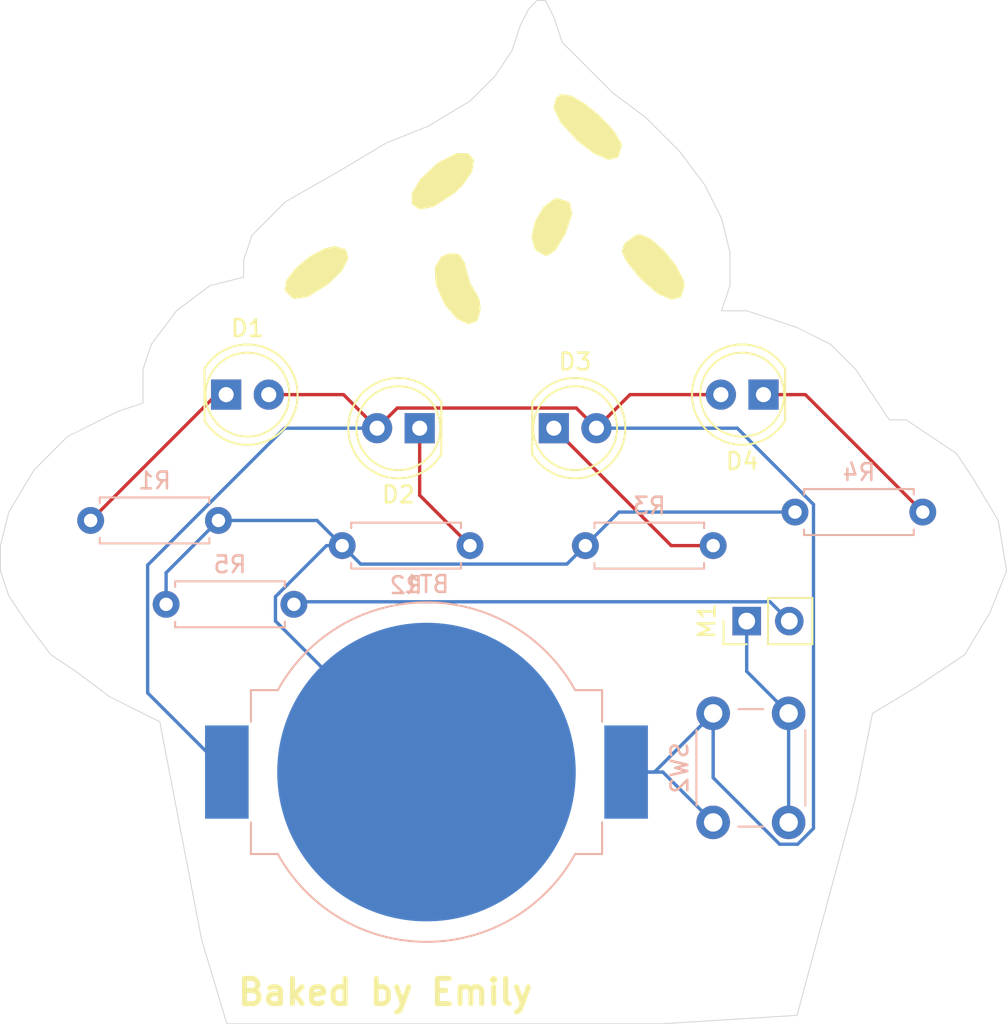
<source format=kicad_pcb>
(kicad_pcb (version 20241229) (generator "pcbnew") (generator_version "9.0")
  (layers (0 "F.Cu" signal) (2 "B.Cu" signal) (13 "F.Paste" user) (15 "B.Paste" user) (5 "F.SilkS" user "F.Silkscreen") (7 "B.SilkS" user "B.Silkscreen") (1 "F.Mask" user) (3 "B.Mask" user) (25 "Edge.Cuts" user))
  (net 0 "")
  (net 1 "Net-(BT1-+)")
  (net 2 "Net-(BT1--)")
  (net 3 "Net-(D1-K)")
  (net 4 "Net-(D2-K)")
  (net 5 "Net-(D3-K)")
  (net 6 "Net-(D4-K)")
  (net 7 "Net-(M1--)")
  (net 8 "Net-(M1-+)")
  (footprint "LED_THT:LED_D5.0mm" (layer "F.Cu") (at 149.5 84.5 180)
    (property "Reference" "D4" (at 1.27 -3.96 0) (layer "F.SilkS"))
    (property "Value" "LED")
    (fp_line (start -1.29 -1.545) (end -1.29 1.545) (stroke (width 0.12)) (layer "F.SilkS"))
    (fp_arc (start 4.26 0) (mid 2.071779 2.880495) (end -1.29 1.54483) (stroke (width 0.12)) (layer "F.SilkS"))
    (fp_arc (start -1.29 -1.54483) (mid 2.071779 -2.880495) (end 4.26 0) (stroke (width 0.12)) (layer "F.SilkS"))
    (fp_circle (center 1.27 0) (end 3.77 0) (stroke (width 0.12)) (fill no) (layer "F.SilkS"))
    (pad "1" thru_hole rect (at 0 0 180) (size 1.8 1.8) (drill 0.9) (layers "*.Cu" "*.Mask") (net 6 "Net-(D4-K)"))
    (pad "2" thru_hole circle (at 2.54 0 180) (size 1.8 1.8) (drill 0.9) (layers "*.Cu" "*.Mask") (net 1 "Net-(BT1-+)"))
  )
  (footprint "Connector_PinHeader_2.54mm:PinHeader_1x02_P2.54mm_Vertical" (layer "F.Cu") (at 148.5 98 90)
    (property "Reference" "M1" (at 0 -2.38 90) (layer "F.SilkS"))
    (property "Value" "Motor_DC")
    (fp_line (start -1.38 -1.38) (end 0 -1.38) (stroke (width 0.12)) (layer "F.SilkS"))
    (fp_line (start -1.38 0) (end -1.38 -1.38) (stroke (width 0.12)) (layer "F.SilkS"))
    (fp_line (start 1.38 1.27) (end 1.38 3.92) (stroke (width 0.12)) (layer "F.SilkS"))
    (fp_line (start -1.38 1.27) (end 1.38 1.27) (stroke (width 0.12)) (layer "F.SilkS"))
    (fp_line (start -1.38 1.27) (end -1.38 3.92) (stroke (width 0.12)) (layer "F.SilkS"))
    (fp_line (start -1.38 3.92) (end 1.38 3.92) (stroke (width 0.12)) (layer "F.SilkS"))
    (pad "1" thru_hole rect (at 0 0 90) (size 1.7 1.7) (drill 1) (layers "*.Cu" "*.Mask") (net 8 "Net-(M1-+)"))
    (pad "2" thru_hole circle (at 0 2.54 90) (size 1.7 1.7) (drill 1) (layers "*.Cu" "*.Mask") (net 7 "Net-(M1--)"))
  )
  (footprint "LED_THT:LED_D5.0mm" (layer "F.Cu") (at 117.46 84.5)
    (property "Reference" "D1" (at 1.27 -3.96 0) (layer "F.SilkS"))
    (property "Value" "LED")
    (fp_line (start -1.29 -1.545) (end -1.29 1.545) (stroke (width 0.12)) (layer "F.SilkS"))
    (fp_arc (start -1.29 -1.54483) (mid 2.071779 -2.880495) (end 4.26 0) (stroke (width 0.12)) (layer "F.SilkS"))
    (fp_arc (start 4.26 0) (mid 2.071779 2.880495) (end -1.29 1.54483) (stroke (width 0.12)) (layer "F.SilkS"))
    (fp_circle (center 1.27 0) (end 3.77 0) (stroke (width 0.12)) (fill no) (layer "F.SilkS"))
    (pad "1" thru_hole rect (at 0 0) (size 1.8 1.8) (drill 0.9) (layers "*.Cu" "*.Mask") (net 3 "Net-(D1-K)"))
    (pad "2" thru_hole circle (at 2.54 0) (size 1.8 1.8) (drill 0.9) (layers "*.Cu" "*.Mask") (net 1 "Net-(BT1-+)"))
  )
  (footprint "LED_THT:LED_D5.0mm" (layer "F.Cu") (at 129 86.5 180)
    (property "Reference" "D2" (at 1.27 -3.96 0) (layer "F.SilkS"))
    (property "Value" "LED")
    (fp_line (start -1.29 -1.545) (end -1.29 1.545) (stroke (width 0.12)) (layer "F.SilkS"))
    (fp_arc (start 4.26 0) (mid 2.071779 2.880495) (end -1.29 1.54483) (stroke (width 0.12)) (layer "F.SilkS"))
    (fp_arc (start -1.29 -1.54483) (mid 2.071779 -2.880495) (end 4.26 0) (stroke (width 0.12)) (layer "F.SilkS"))
    (fp_circle (center 1.27 0) (end 3.77 0) (stroke (width 0.12)) (fill no) (layer "F.SilkS"))
    (pad "1" thru_hole rect (at 0 0 180) (size 1.8 1.8) (drill 0.9) (layers "*.Cu" "*.Mask") (net 4 "Net-(D2-K)"))
    (pad "2" thru_hole circle (at 2.54 0 180) (size 1.8 1.8) (drill 0.9) (layers "*.Cu" "*.Mask") (net 1 "Net-(BT1-+)"))
  )
  (footprint "LOGO" (layer "F.Cu") (at 133 73.5)
    (property "Reference" "G***" (hide yes))
    (property "Value" "LOGO" (hide yes))
    (fp_poly (pts (xy -8.381655 2.352205) (xy -8.249047 2.887619) (xy -8.626773 3.630074) (xy -9.456412 4.42937) (xy -10.666327 5.177805) (xy -11.524807 5.306971) (xy -12.037521 4.817606) (xy -12.057819 4.767531) (xy -11.949248 4.165434) (xy -11.381841 3.436206) (xy -10.548567 2.747812) (xy -9.642395 2.268218) (xy -9.046612 2.146478)) (fill yes) (layer "F.SilkS"))
    (fp_poly (pts (xy -1.087952 -3.399839) (xy -0.755842 -2.980623) (xy -0.869212 -2.271942) (xy -1.487717 -1.398641) (xy -1.948502 -0.983804) (xy -3.143213 -0.205291) (xy -4.010047 -0.02982) (xy -4.467262 -0.350354) (xy -4.480563 -0.997852) (xy -3.974801 -1.841069) (xy -3.052157 -2.72078) (xy -2.850002 -2.870496) (xy -1.80589 -3.404746)) (fill yes) (layer "F.SilkS"))
    (fp_poly (pts (xy 4.943295 -0.480273) (xy 5.099261 0.220047) (xy 4.715102 1.377454) (xy 4.697888 1.413584) (xy 4.090642 2.42224) (xy 3.530907 2.752884) (xy 2.958994 2.434917) (xy 2.857599 2.320083) (xy 2.660181 1.597436) (xy 2.868788 0.676286) (xy 3.358609 -0.171046) (xy 4.004829 -0.672237) (xy 4.248895 -0.715494)) (fill yes) (layer "F.SilkS"))
    (fp_poly (pts (xy 5.057062 -6.822971) (xy 5.900912 -6.320382) (xy 6.799959 -5.577832) (xy 7.564765 -4.759728) (xy 8.005893 -4.030482) (xy 8.049296 -3.804232) (xy 7.835769 -3.124012) (xy 7.239828 -2.99225) (xy 6.328434 -3.400632) (xy 5.39098 -4.134255) (xy 4.395165 -5.209337) (xy 3.968454 -6.091635) (xy 4.132075 -6.717757) (xy 4.457845 -6.921188)) (fill yes) (layer "F.SilkS"))
    (fp_poly (pts (xy 9.799079 1.713795) (xy 10.583258 2.412583) (xy 11.29627 3.302888) (xy 11.743028 4.160246) (xy 11.805634 4.499349) (xy 11.593073 5.187283) (xy 11.025416 5.349534) (xy 10.207702 5.008332) (xy 9.244972 4.185903) (xy 8.9904 3.903596) (xy 8.293058 3.021495) (xy 8.045132 2.456481) (xy 8.177509 2.032635) (xy 8.229275 1.966272) (xy 8.823702 1.51314) (xy 9.13882 1.430985)) (fill yes) (layer "F.SilkS"))
    (fp_poly (pts (xy -1.626679 2.625924) (xy -1.301944 3.145682) (xy -1.20204 3.55952) (xy -0.9562 4.392584) (xy -0.672681 4.855979) (xy -0.669286 4.858134) (xy -0.428688 5.326903) (xy -0.357747 5.923929) (xy -0.565943 6.627976) (xy -1.090082 6.809823) (xy -1.779482 6.489667) (xy -2.483468 5.687707) (xy -2.516852 5.634506) (xy -3.046963 4.435834) (xy -3.107313 3.428572) (xy -2.711205 2.755934) (xy -2.23205 2.568273)) (fill yes) (layer "F.SilkS"))
  )
  (footprint "LED_THT:LED_D5.0mm" (layer "F.Cu") (at 137 86.5)
    (property "Reference" "D3" (at 1.27 -3.96 0) (layer "F.SilkS"))
    (property "Value" "LED")
    (fp_line (start -1.29 -1.545) (end -1.29 1.545) (stroke (width 0.12)) (layer "F.SilkS"))
    (fp_arc (start -1.29 -1.54483) (mid 2.071779 -2.880495) (end 4.26 0) (stroke (width 0.12)) (layer "F.SilkS"))
    (fp_arc (start 4.26 0) (mid 2.071779 2.880495) (end -1.29 1.54483) (stroke (width 0.12)) (layer "F.SilkS"))
    (fp_circle (center 1.27 0) (end 3.77 0) (stroke (width 0.12)) (fill no) (layer "F.SilkS"))
    (pad "1" thru_hole rect (at 0 0) (size 1.8 1.8) (drill 0.9) (layers "*.Cu" "*.Mask") (net 5 "Net-(D3-K)"))
    (pad "2" thru_hole circle (at 2.54 0) (size 1.8 1.8) (drill 0.9) (layers "*.Cu" "*.Mask") (net 1 "Net-(BT1-+)"))
  )
  (footprint "Battery:BatteryHolder_MPD_BC2003_1x2032" (layer "B.Cu") (at 129.405 107 180)
    (property "Reference" "BT1" (at 0 11.2 0) (layer "B.SilkS") (effects (justify mirror)))
    (property "Value" "Battery_Cell")
    (fp_line (start 10.47 4.885) (end 8.86291 4.885) (stroke (width 0.12)) (layer "B.SilkS"))
    (fp_line (start 10.47 3) (end 10.47 4.885) (stroke (width 0.12)) (layer "B.SilkS"))
    (fp_line (start 10.47 -3) (end 10.47 -4.885) (stroke (width 0.12)) (layer "B.SilkS"))
    (fp_line (start 10.47 -4.885) (end 8.86291 -4.885) (stroke (width 0.12)) (layer "B.SilkS"))
    (fp_line (start -10.47 4.885) (end -8.86291 4.885) (stroke (width 0.12)) (layer "B.SilkS"))
    (fp_line (start -10.47 3) (end -10.47 4.885) (stroke (width 0.12)) (layer "B.SilkS"))
    (fp_line (start -10.47 -3) (end -10.47 -4.885) (stroke (width 0.12)) (layer "B.SilkS"))
    (fp_line (start -10.47 -4.885) (end -8.86291 -4.885) (stroke (width 0.12)) (layer "B.SilkS"))
    (fp_arc (start 8.86291 4.885) (mid 0 10.12) (end -8.86291 4.885) (stroke (width 0.12)) (layer "B.SilkS"))
    (fp_arc (start -8.86291 -4.885) (mid 0.002187 -10.12) (end 8.865021 -4.881168) (stroke (width 0.12)) (layer "B.SilkS"))
    (pad "1" smd rect (at -11.905 0 180) (size 2.6 5.56) (layers "B.Cu" "B.Mask" "B.Paste") (net 1 "Net-(BT1-+)"))
    (pad "1" smd rect (at 11.905 0 180) (size 2.6 5.56) (layers "B.Cu" "B.Mask" "B.Paste") (net 1 "Net-(BT1-+)"))
    (pad "2" smd circle (at 0 0 180) (size 17.8 17.8) (layers "B.Cu" "B.Mask") (net 2 "Net-(BT1--)"))
  )
  (footprint "Resistor_THT:R_Axial_DIN0207_L6.3mm_D2.5mm_P7.62mm_Horizontal" (layer "B.Cu") (at 117 92 180)
    (property "Reference" "R1" (at 3.81 2.37 0) (layer "B.SilkS") (effects (justify mirror)))
    (property "Value" "R")
    (fp_line (start 7.08 1.37) (end 7.08 1.04) (stroke (width 0.12)) (layer "B.SilkS"))
    (fp_line (start 7.08 -1.37) (end 7.08 -1.04) (stroke (width 0.12)) (layer "B.SilkS"))
    (fp_line (start 0.54 1.37) (end 7.08 1.37) (stroke (width 0.12)) (layer "B.SilkS"))
    (fp_line (start 0.54 1.04) (end 0.54 1.37) (stroke (width 0.12)) (layer "B.SilkS"))
    (fp_line (start 0.54 -1.04) (end 0.54 -1.37) (stroke (width 0.12)) (layer "B.SilkS"))
    (fp_line (start 0.54 -1.37) (end 7.08 -1.37) (stroke (width 0.12)) (layer "B.SilkS"))
    (pad "1" thru_hole circle (at 0 0 180) (size 1.6 1.6) (drill 0.8) (layers "*.Cu" "*.Mask") (net 2 "Net-(BT1--)"))
    (pad "2" thru_hole circle (at 7.62 0 180) (size 1.6 1.6) (drill 0.8) (layers "*.Cu" "*.Mask") (net 3 "Net-(D1-K)"))
  )
  (footprint "Resistor_THT:R_Axial_DIN0207_L6.3mm_D2.5mm_P7.62mm_Horizontal" (layer "B.Cu") (at 124.38 93.5)
    (property "Reference" "R2" (at 3.81 2.37 0) (layer "B.SilkS") (effects (justify mirror)))
    (property "Value" "R")
    (fp_line (start 0.54 -1.37) (end 7.08 -1.37) (stroke (width 0.12)) (layer "B.SilkS"))
    (fp_line (start 0.54 -1.04) (end 0.54 -1.37) (stroke (width 0.12)) (layer "B.SilkS"))
    (fp_line (start 0.54 1.04) (end 0.54 1.37) (stroke (width 0.12)) (layer "B.SilkS"))
    (fp_line (start 0.54 1.37) (end 7.08 1.37) (stroke (width 0.12)) (layer "B.SilkS"))
    (fp_line (start 7.08 -1.37) (end 7.08 -1.04) (stroke (width 0.12)) (layer "B.SilkS"))
    (fp_line (start 7.08 1.37) (end 7.08 1.04) (stroke (width 0.12)) (layer "B.SilkS"))
    (pad "1" thru_hole circle (at 0 0) (size 1.6 1.6) (drill 0.8) (layers "*.Cu" "*.Mask") (net 2 "Net-(BT1--)"))
    (pad "2" thru_hole circle (at 7.62 0) (size 1.6 1.6) (drill 0.8) (layers "*.Cu" "*.Mask") (net 4 "Net-(D2-K)"))
  )
  (footprint "Button_Switch_THT:SW_PUSH_6mm" (layer "B.Cu") (at 146.5 103.5 -90)
    (property "Reference" "SW2" (at 3.25 2 90) (layer "B.SilkS") (effects (justify mirror)))
    (property "Value" "SW_Push")
    (fp_line (start 5.5 1) (end 1 1) (stroke (width 0.12)) (layer "B.SilkS"))
    (fp_line (start -0.25 -1.5) (end -0.25 -3) (stroke (width 0.12)) (layer "B.SilkS"))
    (fp_line (start 6.75 -3) (end 6.75 -1.5) (stroke (width 0.12)) (layer "B.SilkS"))
    (fp_line (start 1 -5.5) (end 5.5 -5.5) (stroke (width 0.12)) (layer "B.SilkS"))
    (pad "1" thru_hole circle (at 0 0 180) (size 2 2) (drill 1.1) (layers "*.Cu" "*.Mask") (net 1 "Net-(BT1-+)"))
    (pad "1" thru_hole circle (at 6.5 0 180) (size 2 2) (drill 1.1) (layers "*.Cu" "*.Mask") (net 1 "Net-(BT1-+)"))
    (pad "2" thru_hole circle (at 0 -4.5 180) (size 2 2) (drill 1.1) (layers "*.Cu" "*.Mask") (net 8 "Net-(M1-+)"))
    (pad "2" thru_hole circle (at 6.5 -4.5 180) (size 2 2) (drill 1.1) (layers "*.Cu" "*.Mask") (net 8 "Net-(M1-+)"))
  )
  (footprint "Resistor_THT:R_Axial_DIN0207_L6.3mm_D2.5mm_P7.62mm_Horizontal" (layer "B.Cu") (at 121.5 97 180)
    (property "Reference" "R5" (at 3.81 2.37 0) (layer "B.SilkS") (effects (justify mirror)))
    (property "Value" "R")
    (fp_line (start 7.08 1.37) (end 7.08 1.04) (stroke (width 0.12)) (layer "B.SilkS"))
    (fp_line (start 7.08 -1.37) (end 7.08 -1.04) (stroke (width 0.12)) (layer "B.SilkS"))
    (fp_line (start 0.54 1.37) (end 7.08 1.37) (stroke (width 0.12)) (layer "B.SilkS"))
    (fp_line (start 0.54 1.04) (end 0.54 1.37) (stroke (width 0.12)) (layer "B.SilkS"))
    (fp_line (start 0.54 -1.04) (end 0.54 -1.37) (stroke (width 0.12)) (layer "B.SilkS"))
    (fp_line (start 0.54 -1.37) (end 7.08 -1.37) (stroke (width 0.12)) (layer "B.SilkS"))
    (pad "1" thru_hole circle (at 0 0 180) (size 1.6 1.6) (drill 0.8) (layers "*.Cu" "*.Mask") (net 7 "Net-(M1--)"))
    (pad "2" thru_hole circle (at 7.62 0 180) (size 1.6 1.6) (drill 0.8) (layers "*.Cu" "*.Mask") (net 2 "Net-(BT1--)"))
  )
  (footprint "Resistor_THT:R_Axial_DIN0207_L6.3mm_D2.5mm_P7.62mm_Horizontal" (layer "B.Cu") (at 159 91.5 180)
    (property "Reference" "R4" (at 3.81 2.37 0) (layer "B.SilkS") (effects (justify mirror)))
    (property "Value" "R")
    (fp_line (start 7.08 1.37) (end 7.08 1.04) (stroke (width 0.12)) (layer "B.SilkS"))
    (fp_line (start 7.08 -1.37) (end 7.08 -1.04) (stroke (width 0.12)) (layer "B.SilkS"))
    (fp_line (start 0.54 1.37) (end 7.08 1.37) (stroke (width 0.12)) (layer "B.SilkS"))
    (fp_line (start 0.54 1.04) (end 0.54 1.37) (stroke (width 0.12)) (layer "B.SilkS"))
    (fp_line (start 0.54 -1.04) (end 0.54 -1.37) (stroke (width 0.12)) (layer "B.SilkS"))
    (fp_line (start 0.54 -1.37) (end 7.08 -1.37) (stroke (width 0.12)) (layer "B.SilkS"))
    (pad "1" thru_hole circle (at 0 0 180) (size 1.6 1.6) (drill 0.8) (layers "*.Cu" "*.Mask") (net 6 "Net-(D4-K)"))
    (pad "2" thru_hole circle (at 7.62 0 180) (size 1.6 1.6) (drill 0.8) (layers "*.Cu" "*.Mask") (net 2 "Net-(BT1--)"))
  )
  (footprint "Resistor_THT:R_Axial_DIN0207_L6.3mm_D2.5mm_P7.62mm_Horizontal" (layer "B.Cu") (at 146.5 93.5 180)
    (property "Reference" "R3" (at 3.81 2.37 0) (layer "B.SilkS") (effects (justify mirror)))
    (property "Value" "R")
    (fp_line (start 7.08 1.37) (end 7.08 1.04) (stroke (width 0.12)) (layer "B.SilkS"))
    (fp_line (start 7.08 -1.37) (end 7.08 -1.04) (stroke (width 0.12)) (layer "B.SilkS"))
    (fp_line (start 0.54 1.37) (end 7.08 1.37) (stroke (width 0.12)) (layer "B.SilkS"))
    (fp_line (start 0.54 1.04) (end 0.54 1.37) (stroke (width 0.12)) (layer "B.SilkS"))
    (fp_line (start 0.54 -1.04) (end 0.54 -1.37) (stroke (width 0.12)) (layer "B.SilkS"))
    (fp_line (start 0.54 -1.37) (end 7.08 -1.37) (stroke (width 0.12)) (layer "B.SilkS"))
    (pad "1" thru_hole circle (at 0 0 180) (size 1.6 1.6) (drill 0.8) (layers "*.Cu" "*.Mask") (net 5 "Net-(D3-K)"))
    (pad "2" thru_hole circle (at 7.62 0 180) (size 1.6 1.6) (drill 0.8) (layers "*.Cu" "*.Mask") (net 2 "Net-(BT1--)"))
  )
  (gr_poly (pts (xy 156 103.5) (xy 158.5 102) (xy 161.5 100) (xy 163 97.5) (xy 164 95) (xy 163.5 92) (xy 162 89.5) (xy 161 88) (xy 158 86) (xy 157 86) (xy 155 83) (xy 153.5 81.5) (xy 151.5 80.5) (xy 148.5 79.5) (xy 147 79.5) (xy 147.5 78) (xy 147.5 76) (xy 147 74) (xy 146 72) (xy 144.5 70) (xy 142.5 68) (xy 140.5 66.5) (xy 137.5 63.5) (xy 137 62) (xy 136.5 61) (xy 136 61) (xy 135.5 61.5) (xy 135 62.5) (xy 134.5 64) (xy 133.5 65.5) (xy 132 67) (xy 129.5 68.5) (xy 127 69.5) (xy 124.5 71) (xy 121 73) (xy 119 75) (xy 118.5 76.5) (xy 118.5 77.5) (xy 116.5 78) (xy 114.5 79.5) (xy 113 81.5) (xy 112.5 83) (xy 112.5 85) (xy 111 85.5) (xy 108 87) (xy 106 89) (xy 104.5 91.5) (xy 104 93.5) (xy 104 95) (xy 104.5 96.5) (xy 105.5 98) (xy 107 100) (xy 108.5 101) (xy 110.5 102.5) (xy 113.5 104) (xy 116 117) (xy 117.5 122) (xy 143.5 122) (xy 151.5 121.5) (xy 155 108.5)) (stroke (width 0.05)) (fill no) (layer "Edge.Cuts"))
  (gr_text "Baked by Emily" (at 118 121 0) (layer "F.SilkS") (effects (font (size 1.5 1.5) (thickness 0.3) (bold yes)) (justify left bottom)))
  (segment (start 127.661 85.299) (end 126.46 86.5) (width 0.2) (layer "F.Cu") (net 1))
  (segment (start 139.54 86.5) (end 138.339 85.299) (width 0.2) (layer "F.Cu") (net 1))
  (segment (start 124.46 84.5) (end 126.46 86.5) (width 0.2) (layer "F.Cu") (net 1))
  (segment (start 146.96 84.5) (end 141.54 84.5) (width 0.2) (layer "F.Cu") (net 1))
  (segment (start 120 84.5) (end 124.46 84.5) (width 0.2) (layer "F.Cu") (net 1))
  (segment (start 138.339 85.299) (end 127.661 85.299) (width 0.2) (layer "F.Cu") (net 1))
  (segment (start 141.54 84.5) (end 139.54 86.5) (width 0.2) (layer "F.Cu") (net 1))
  (segment (start 143.5 107) (end 141.31 107) (width 0.2) (layer "B.Cu") (net 1))
  (segment (start 143 107) (end 141.31 107) (width 0.2) (layer "B.Cu") (net 1))
  (segment (start 146.5 107.339892) (end 146.5 103.5) (width 0.2) (layer "B.Cu") (net 1))
  (segment (start 126.46 86.5) (end 120.94295 86.5) (width 0.2) (layer "B.Cu") (net 1))
  (segment (start 150.461108 111.301) (end 146.5 107.339892) (width 0.2) (layer "B.Cu") (net 1))
  (segment (start 120.94295 86.5) (end 112.779 94.66395) (width 0.2) (layer "B.Cu") (net 1))
  (segment (start 112.779 102.279) (end 117.5 107) (width 0.2) (layer "B.Cu") (net 1))
  (segment (start 152.481 91.04395) (end 152.481 110.358892) (width 0.2) (layer "B.Cu") (net 1))
  (segment (start 112.779 94.66395) (end 112.779 102.279) (width 0.2) (layer "B.Cu") (net 1))
  (segment (start 146.5 110) (end 143.5 107) (width 0.2) (layer "B.Cu") (net 1))
  (segment (start 146.5 103.5) (end 143 107) (width 0.2) (layer "B.Cu") (net 1))
  (segment (start 147.93705 86.5) (end 152.481 91.04395) (width 0.2) (layer "B.Cu") (net 1))
  (segment (start 151.538892 111.301) (end 150.461108 111.301) (width 0.2) (layer "B.Cu") (net 1))
  (segment (start 152.481 110.358892) (end 151.538892 111.301) (width 0.2) (layer "B.Cu") (net 1))
  (segment (start 139.54 86.5) (end 147.93705 86.5) (width 0.2) (layer "B.Cu") (net 1))
  (segment (start 124.38 93.5) (end 125.481 94.601) (width 0.2) (layer "B.Cu") (net 2))
  (segment (start 120.399 97.994) (end 129.405 107) (width 0.2) (layer "B.Cu") (net 2))
  (segment (start 137.779 94.601) (end 138.88 93.5) (width 0.2) (layer "B.Cu") (net 2))
  (segment (start 124.38 93.5) (end 123.44295 93.5) (width 0.2) (layer "B.Cu") (net 2))
  (segment (start 151.38 91.5) (end 140.88 91.5) (width 0.2) (layer "B.Cu") (net 2))
  (segment (start 117 92) (end 122.88 92) (width 0.2) (layer "B.Cu") (net 2))
  (segment (start 123.44295 93.5) (end 120.399 96.54395) (width 0.2) (layer "B.Cu") (net 2))
  (segment (start 113.88 95.12) (end 117 92) (width 0.2) (layer "B.Cu") (net 2))
  (segment (start 122.88 92) (end 124.38 93.5) (width 0.2) (layer "B.Cu") (net 2))
  (segment (start 113.88 97) (end 113.88 95.12) (width 0.2) (layer "B.Cu") (net 2))
  (segment (start 125.481 94.601) (end 137.779 94.601) (width 0.2) (layer "B.Cu") (net 2))
  (segment (start 140.88 91.5) (end 138.88 93.5) (width 0.2) (layer "B.Cu") (net 2))
  (segment (start 120.399 96.54395) (end 120.399 97.994) (width 0.2) (layer "B.Cu") (net 2))
  (segment (start 117.46 84.5) (end 116.88 84.5) (width 0.2) (layer "F.Cu") (net 3))
  (segment (start 116.88 84.5) (end 109.38 92) (width 0.2) (layer "F.Cu") (net 3))
  (segment (start 129 90.5) (end 132 93.5) (width 0.2) (layer "F.Cu") (net 4))
  (segment (start 129 86.5) (end 129 90.5) (width 0.2) (layer "F.Cu") (net 4))
  (segment (start 137 86.5) (end 144 93.5) (width 0.2) (layer "F.Cu") (net 5))
  (segment (start 144 93.5) (end 146.5 93.5) (width 0.2) (layer "F.Cu") (net 5))
  (segment (start 149.5 84.5) (end 152 84.5) (width 0.2) (layer "F.Cu") (net 6))
  (segment (start 152 84.5) (end 159 91.5) (width 0.2) (layer "F.Cu") (net 6))
  (segment (start 121.651 96.849) (end 149.889 96.849) (width 0.2) (layer "B.Cu") (net 7))
  (segment (start 149.889 96.849) (end 151.04 98) (width 0.2) (layer "B.Cu") (net 7))
  (segment (start 121.5 97) (end 121.651 96.849) (width 0.2) (layer "B.Cu") (net 7))
  (segment (start 148.5 98) (end 148.5 101) (width 0.2) (layer "B.Cu") (net 8))
  (segment (start 148.5 101) (end 151 103.5) (width 0.2) (layer "B.Cu") (net 8))
  (segment (start 151 103.5) (end 151 110) (width 0.2) (layer "B.Cu") (net 8))
)
</source>
